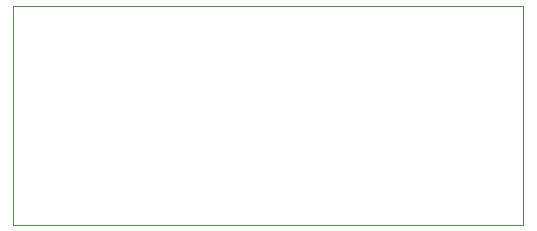
<source format=gbr>
%TF.GenerationSoftware,KiCad,Pcbnew,(6.0.11-0)*%
%TF.CreationDate,2023-05-04T16:40:56+03:00*%
%TF.ProjectId,Arduino Nano Differential impdance PCB,41726475-696e-46f2-904e-616e6f204469,rev?*%
%TF.SameCoordinates,Original*%
%TF.FileFunction,Profile,NP*%
%FSLAX46Y46*%
G04 Gerber Fmt 4.6, Leading zero omitted, Abs format (unit mm)*
G04 Created by KiCad (PCBNEW (6.0.11-0)) date 2023-05-04 16:40:56*
%MOMM*%
%LPD*%
G01*
G04 APERTURE LIST*
%TA.AperFunction,Profile*%
%ADD10C,0.100000*%
%TD*%
G04 APERTURE END LIST*
D10*
X131318000Y-93345000D02*
X174498000Y-93345000D01*
X174498000Y-93345000D02*
X174498000Y-111887000D01*
X174498000Y-111887000D02*
X131318000Y-111887000D01*
X131318000Y-111887000D02*
X131318000Y-93345000D01*
M02*

</source>
